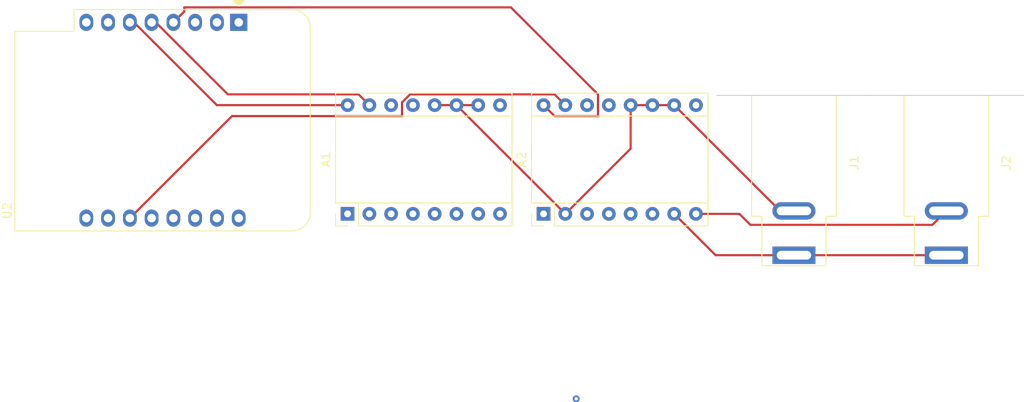
<source format=kicad_pcb>
(kicad_pcb (version 20221018) (generator pcbnew)
  (layers (0 "F.Cu" signal) (31 "B.Cu" signal) (34 "B.Paste" user) (35 "F.Paste" user) (36 "B.SilkS" user "B.Silkscreen") (37 "F.SilkS" user "F.Silkscreen") (38 "B.Mask" user) (39 "F.Mask" user) (44 "Edge.Cuts" user))
  (net 0 "")
  (net 1 "Net-(U2-GND)")
  (net 2 "Net-(A1-MS1)")
  (net 7 "Net-(A1-VMOT)")
  (net 9 "Net-(A1-~{RESET})")
  (net 10 "Net-(A1-STEP)")
  (net 11 "Net-(A1-DIR)")
  (net 17 "Net-(A2-~{RESET})")
  (net 18 "Net-(A2-STEP)")
  (net 19 "Net-(A2-DIR)")
  (footprint "Module:Pololu_Breakout-16_15.2x20.3mm" (layer "F.Cu") (at 74.93 36.82 90)
    (fp_text reference "A2" (at 6.35 -2.54 90) (layer "F.SilkS"))
    (fp_text value "Pololu_Breakout_A4988")
    (fp_line (start -1.4 -1.4) (end -1.4 0) (stroke (width 0.12)) (layer "F.SilkS"))
    (fp_line (start -1.4 1.27) (end -1.4 19.18) (stroke (width 0.12)) (layer "F.SilkS"))
    (fp_line (start -1.4 19.18) (end 14.1 19.18) (stroke (width 0.12)) (layer "F.SilkS"))
    (fp_line (start 0 -1.4) (end -1.4 -1.4) (stroke (width 0.12)) (layer "F.SilkS"))
    (fp_line (start 1.27 -1.4) (end 1.27 1.27) (stroke (width 0.12)) (layer "F.SilkS"))
    (fp_line (start 1.27 1.27) (end -1.4 1.27) (stroke (width 0.12)) (layer "F.SilkS"))
    (fp_line (start 1.27 1.27) (end 1.27 19.18) (stroke (width 0.12)) (layer "F.SilkS"))
    (fp_line (start 11.43 -1.4) (end 11.43 19.18) (stroke (width 0.12)) (layer "F.SilkS"))
    (fp_line (start 14.1 -1.4) (end 1.27 -1.4) (stroke (width 0.12)) (layer "F.SilkS"))
    (fp_line (start 14.1 19.18) (end 14.1 -1.4) (stroke (width 0.12)) (layer "F.SilkS"))
    (pad "1" thru_hole rect (at 0 0 90) (size 1.6 1.6) (drill 0.8) (layers "*.Cu" "*.Mask") (net 1 "Net-(U2-GND)"))
    (pad "2" thru_hole oval (at 0 2.54 90) (size 1.6 1.6) (drill 0.8) (layers "*.Cu" "*.Mask") (net 2 "Net-(A1-MS1)"))
    (pad "3" thru_hole oval (at 0 5.08 90) (size 1.6 1.6) (drill 0.8) (layers "*.Cu" "*.Mask"))
    (pad "4" thru_hole oval (at 0 7.62 90) (size 1.6 1.6) (drill 0.8) (layers "*.Cu" "*.Mask"))
    (pad "5" thru_hole oval (at 0 10.16 90) (size 1.6 1.6) (drill 0.8) (layers "*.Cu" "*.Mask"))
    (pad "6" thru_hole oval (at 0 12.7 90) (size 1.6 1.6) (drill 0.8) (layers "*.Cu" "*.Mask"))
    (pad "7" thru_hole oval (at 0 15.24 90) (size 1.6 1.6) (drill 0.8) (layers "*.Cu" "*.Mask") (net 1 "Net-(U2-GND)"))
    (pad "8" thru_hole oval (at 0 17.78 90) (size 1.6 1.6) (drill 0.8) (layers "*.Cu" "*.Mask") (net 7 "Net-(A1-VMOT)"))
    (pad "9" thru_hole oval (at 12.7 17.78 90) (size 1.6 1.6) (drill 0.8) (layers "*.Cu" "*.Mask"))
    (pad "10" thru_hole oval (at 12.7 15.24 90) (size 1.6 1.6) (drill 0.8) (layers "*.Cu" "*.Mask") (net 2 "Net-(A1-MS1)"))
    (pad "11" thru_hole oval (at 12.7 12.7 90) (size 1.6 1.6) (drill 0.8) (layers "*.Cu" "*.Mask") (net 2 "Net-(A1-MS1)"))
    (pad "12" thru_hole oval (at 12.7 10.16 90) (size 1.6 1.6) (drill 0.8) (layers "*.Cu" "*.Mask") (net 2 "Net-(A1-MS1)"))
    (pad "13" thru_hole oval (at 12.7 7.62 90) (size 1.6 1.6) (drill 0.8) (layers "*.Cu" "*.Mask") (net 17 "Net-(A2-~{RESET})"))
    (pad "14" thru_hole oval (at 12.7 5.08 90) (size 1.6 1.6) (drill 0.8) (layers "*.Cu" "*.Mask") (net 17 "Net-(A2-~{RESET})"))
    (pad "15" thru_hole oval (at 12.7 2.54 90) (size 1.6 1.6) (drill 0.8) (layers "*.Cu" "*.Mask") (net 18 "Net-(A2-STEP)"))
    (pad "16" thru_hole oval (at 12.7 0 90) (size 1.6 1.6) (drill 0.8) (layers "*.Cu" "*.Mask") (net 19 "Net-(A2-DIR)"))
  )
  (footprint "Module:WEMOS_D1_mini_light" (layer "F.Cu") (at 39.37 14.455 -90)
    (fp_text reference "U2" (at 22 27 90) (layer "F.SilkS"))
    (fp_text value "WeMos_D1_mini")
    (fp_line (start -1.5 19.22) (end -1.5 -6.21) (stroke (width 0.12)) (layer "F.SilkS"))
    (fp_line (start -1.5 19.22) (end 1.04 19.22) (stroke (width 0.12)) (layer "F.SilkS"))
    (fp_line (start 1.04 19.22) (end 1.04 26.12) (stroke (width 0.12)) (layer "F.SilkS"))
    (fp_line (start 1.04 26.12) (end 24.36 26.12) (stroke (width 0.12)) (layer "F.SilkS"))
    (fp_line (start 22.24 -8.34) (end 0.63 -8.34) (stroke (width 0.12)) (layer "F.SilkS"))
    (fp_line (start 24.36 26.12) (end 24.36 -6.21) (stroke (width 0.12)) (layer "F.SilkS"))
    (fp_arc (start -1.5 -6.21) (mid -0.876137 -7.716137) (end 0.63 -8.34) (stroke (width 0.12)) (layer "F.SilkS"))
    (fp_arc (start 22.23 -8.34) (mid 23.736137 -7.716137) (end 24.36 -6.21) (stroke (width 0.12)) (layer "F.SilkS"))
    (fp_poly (pts (xy -2.54 -0.635) (xy -2.54 0.635) (xy -1.905 0)) (stroke (width 0.15)) (fill solid) (layer "F.SilkS"))
    (pad "1" thru_hole rect (at 0 0 270) (size 2 2) (drill 1) (layers "*.Cu" "*.Mask"))
    (pad "2" thru_hole oval (at 0 2.54 270) (size 2 1.6) (drill 1) (layers "*.Cu" "*.Mask"))
    (pad "3" thru_hole oval (at 0 5.08 270) (size 2 1.6) (drill 1) (layers "*.Cu" "*.Mask"))
    (pad "4" thru_hole oval (at 0 7.62 270) (size 2 1.6) (drill 1) (layers "*.Cu" "*.Mask") (net 19 "Net-(A2-DIR)"))
    (pad "5" thru_hole oval (at 0 10.16 270) (size 2 1.6) (drill 1) (layers "*.Cu" "*.Mask") (net 10 "Net-(A1-STEP)"))
    (pad "6" thru_hole oval (at 0 12.7 270) (size 2 1.6) (drill 1) (layers "*.Cu" "*.Mask") (net 11 "Net-(A1-DIR)"))
    (pad "7" thru_hole oval (at 0 15.24 270) (size 2 1.6) (drill 1) (layers "*.Cu" "*.Mask"))
    (pad "8" thru_hole oval (at 0 17.78 270) (size 2 1.6) (drill 1) (layers "*.Cu" "*.Mask"))
    (pad "9" thru_hole oval (at 22.86 17.78 270) (size 2 1.6) (drill 1) (layers "*.Cu" "*.Mask") (net 2 "Net-(A1-MS1)"))
    (pad "10" thru_hole oval (at 22.86 15.24 270) (size 2 1.6) (drill 1) (layers "*.Cu" "*.Mask") (net 1 "Net-(U2-GND)"))
    (pad "11" thru_hole oval (at 22.86 12.7 270) (size 2 1.6) (drill 1) (layers "*.Cu" "*.Mask") (net 18 "Net-(A2-STEP)"))
    (pad "12" thru_hole oval (at 22.86 10.16 270) (size 2 1.6) (drill 1) (layers "*.Cu" "*.Mask"))
    (pad "13" thru_hole oval (at 22.86 7.62 270) (size 2 1.6) (drill 1) (layers "*.Cu" "*.Mask"))
    (pad "14" thru_hole oval (at 22.86 5.08 270) (size 2 1.6) (drill 1) (layers "*.Cu" "*.Mask"))
    (pad "15" thru_hole oval (at 22.86 2.54 270) (size 2 1.6) (drill 1) (layers "*.Cu" "*.Mask"))
    (pad "16" thru_hole oval (at 22.86 0 270) (size 2 1.6) (drill 1) (layers "*.Cu" "*.Mask"))
  )
  (footprint "Module:Pololu_Breakout-16_15.2x20.3mm" (layer "F.Cu") (at 52.07 36.82 90)
    (fp_text reference "A1" (at 6.35 -2.54 90) (layer "F.SilkS"))
    (fp_text value "Pololu_Breakout_A4988")
    (fp_line (start -1.4 -1.4) (end -1.4 0) (stroke (width 0.12)) (layer "F.SilkS"))
    (fp_line (start -1.4 1.27) (end -1.4 19.18) (stroke (width 0.12)) (layer "F.SilkS"))
    (fp_line (start -1.4 19.18) (end 14.1 19.18) (stroke (width 0.12)) (layer "F.SilkS"))
    (fp_line (start 0 -1.4) (end -1.4 -1.4) (stroke (width 0.12)) (layer "F.SilkS"))
    (fp_line (start 1.27 -1.4) (end 1.27 1.27) (stroke (width 0.12)) (layer "F.SilkS"))
    (fp_line (start 1.27 1.27) (end -1.4 1.27) (stroke (width 0.12)) (layer "F.SilkS"))
    (fp_line (start 1.27 1.27) (end 1.27 19.18) (stroke (width 0.12)) (layer "F.SilkS"))
    (fp_line (start 11.43 -1.4) (end 11.43 19.18) (stroke (width 0.12)) (layer "F.SilkS"))
    (fp_line (start 14.1 -1.4) (end 1.27 -1.4) (stroke (width 0.12)) (layer "F.SilkS"))
    (fp_line (start 14.1 19.18) (end 14.1 -1.4) (stroke (width 0.12)) (layer "F.SilkS"))
    (pad "1" thru_hole rect (at 0 0 90) (size 1.6 1.6) (drill 0.8) (layers "*.Cu" "*.Mask") (net 1 "Net-(U2-GND)"))
    (pad "2" thru_hole oval (at 0 2.54 90) (size 1.6 1.6) (drill 0.8) (layers "*.Cu" "*.Mask") (net 2 "Net-(A1-MS1)"))
    (pad "3" thru_hole oval (at 0 5.08 90) (size 1.6 1.6) (drill 0.8) (layers "*.Cu" "*.Mask"))
    (pad "4" thru_hole oval (at 0 7.62 90) (size 1.6 1.6) (drill 0.8) (layers "*.Cu" "*.Mask"))
    (pad "5" thru_hole oval (at 0 10.16 90) (size 1.6 1.6) (drill 0.8) (layers "*.Cu" "*.Mask"))
    (pad "6" thru_hole oval (at 0 12.7 90) (size 1.6 1.6) (drill 0.8) (layers "*.Cu" "*.Mask"))
    (pad "7" thru_hole oval (at 0 15.24 90) (size 1.6 1.6) (drill 0.8) (layers "*.Cu" "*.Mask") (net 1 "Net-(U2-GND)"))
    (pad "8" thru_hole oval (at 0 17.78 90) (size 1.6 1.6) (drill 0.8) (layers "*.Cu" "*.Mask") (net 7 "Net-(A1-VMOT)"))
    (pad "9" thru_hole oval (at 12.7 17.78 90) (size 1.6 1.6) (drill 0.8) (layers "*.Cu" "*.Mask"))
    (pad "10" thru_hole oval (at 12.7 15.24 90) (size 1.6 1.6) (drill 0.8) (layers "*.Cu" "*.Mask") (net 2 "Net-(A1-MS1)"))
    (pad "11" thru_hole oval (at 12.7 12.7 90) (size 1.6 1.6) (drill 0.8) (layers "*.Cu" "*.Mask") (net 2 "Net-(A1-MS1)"))
    (pad "12" thru_hole oval (at 12.7 10.16 90) (size 1.6 1.6) (drill 0.8) (layers "*.Cu" "*.Mask") (net 2 "Net-(A1-MS1)"))
    (pad "13" thru_hole oval (at 12.7 7.62 90) (size 1.6 1.6) (drill 0.8) (layers "*.Cu" "*.Mask") (net 9 "Net-(A1-~{RESET})"))
    (pad "14" thru_hole oval (at 12.7 5.08 90) (size 1.6 1.6) (drill 0.8) (layers "*.Cu" "*.Mask") (net 9 "Net-(A1-~{RESET})"))
    (pad "15" thru_hole oval (at 12.7 2.54 90) (size 1.6 1.6) (drill 0.8) (layers "*.Cu" "*.Mask") (net 10 "Net-(A1-STEP)"))
    (pad "16" thru_hole oval (at 12.7 0 90) (size 1.6 1.6) (drill 0.8) (layers "*.Cu" "*.Mask") (net 11 "Net-(A1-DIR)"))
  )
  (footprint "Connector_BarrelJack:BarrelJack_SwitchcraftConxall_RAPC10U_Horizontal" (layer "F.Cu") (at 121.92 41.65 -90)
    (fp_text reference "J2" (at -10.8 -7 90) (layer "F.SilkS"))
    (fp_text value "Barrel_Jack")
    (fp_line (start -18.55 4.945) (end -4.55 4.945) (stroke (width 0.12)) (layer "F.SilkS"))
    (fp_line (start -4.55 -4.945) (end -18.55 -4.945) (stroke (width 0.12)) (layer "F.SilkS"))
    (fp_line (start -4.55 -3.74) (end -4.55 -4.945) (stroke (width 0.12)) (layer "F.SilkS"))
    (fp_line (start -4.55 3.74) (end 1.22 3.74) (stroke (width 0.12)) (layer "F.SilkS"))
    (fp_line (start -4.55 4.945) (end -4.55 3.74) (stroke (width 0.12)) (layer "F.SilkS"))
    (fp_line (start 1.22 -3.74) (end -4.55 -3.74) (stroke (width 0.12)) (layer "F.SilkS"))
    (fp_line (start 1.22 3.74) (end 1.22 -3.74) (stroke (width 0.12)) (layer "F.SilkS"))
    (fp_line (start -18.67 -9) (end -18.67 9) (stroke (width 0.12)) (layer "Edge.Cuts"))
    (pad "1" thru_hole rect (at 0 0 270) (size 2.02 5.02) (drill oval 1.02 4.02) (layers "*.Cu" "*.Mask") (net 1 "Net-(U2-GND)"))
    (pad "2" thru_hole oval (at -5.18 0 270) (size 2.02 5.02) (drill oval 1.02 4.02) (layers "*.Cu" "*.Mask") (net 7 "Net-(A1-VMOT)"))
  )
  (footprint "Connector_BarrelJack:BarrelJack_SwitchcraftConxall_RAPC10U_Horizontal" (layer "F.Cu") (at 104.14 41.65 -90)
    (fp_text reference "J1" (at -10.8 -7 90) (layer "F.SilkS"))
    (fp_text value "Barrel_Jack")
    (fp_line (start -18.55 4.945) (end -4.55 4.945) (stroke (width 0.12)) (layer "F.SilkS"))
    (fp_line (start -4.55 -4.945) (end -18.55 -4.945) (stroke (width 0.12)) (layer "F.SilkS"))
    (fp_line (start -4.55 -3.74) (end -4.55 -4.945) (stroke (width 0.12)) (layer "F.SilkS"))
    (fp_line (start -4.55 3.74) (end 1.22 3.74) (stroke (width 0.12)) (layer "F.SilkS"))
    (fp_line (start -4.55 4.945) (end -4.55 3.74) (stroke (width 0.12)) (layer "F.SilkS"))
    (fp_line (start 1.22 -3.74) (end -4.55 -3.74) (stroke (width 0.12)) (layer "F.SilkS"))
    (fp_line (start 1.22 3.74) (end 1.22 -3.74) (stroke (width 0.12)) (layer "F.SilkS"))
    (fp_line (start -18.67 -9) (end -18.67 9) (stroke (width 0.12)) (layer "Edge.Cuts"))
    (pad "1" thru_hole rect (at 0 0 270) (size 2.02 5.02) (drill oval 1.02 4.02) (layers "*.Cu" "*.Mask") (net 1 "Net-(U2-GND)"))
    (pad "2" thru_hole oval (at -5.18 0 270) (size 2.02 5.02) (drill oval 1.02 4.02) (layers "*.Cu" "*.Mask") (net 2 "Net-(A1-MS1)"))
  )
  (via (at 78.74 58.42) (size 0.8) (drill 0.4) (layers "F.Cu" "B.Cu") (net 0))
  (segment (start 95 41.65) (end 104.14 41.65) (width 0.25) (layer "F.Cu") (net 1))
  (segment (start 90.17 36.82) (end 95 41.65) (width 0.25) (layer "F.Cu") (net 1))
  (segment (start 104.14 41.65) (end 121.92 41.65) (width 0.25) (layer "F.Cu") (net 1))
  (segment (start 90.17 24.12) (end 87.63 24.12) (width 0.25) (layer "F.Cu") (net 2))
  (segment (start 87.63 24.12) (end 85.09 24.12) (width 0.25) (layer "F.Cu") (net 2))
  (segment (start 85.09 29.2) (end 77.47 36.82) (width 0.25) (layer "F.Cu") (net 2))
  (segment (start 85.09 24.12) (end 85.09 29.2) (width 0.25) (layer "F.Cu") (net 2))
  (segment (start 102.52 36.47) (end 90.17 24.12) (width 0.25) (layer "F.Cu") (net 2))
  (segment (start 64.77 24.12) (end 67.31 24.12) (width 0.25) (layer "F.Cu") (net 2))
  (segment (start 77.47 36.82) (end 64.77 24.12) (width 0.25) (layer "F.Cu") (net 2))
  (segment (start 64.77 24.12) (end 62.23 24.12) (width 0.25) (layer "F.Cu") (net 2))
  (segment (start 104.14 36.47) (end 102.52 36.47) (width 0.25) (layer "F.Cu") (net 2))
  (segment (start 99.06 38.1) (end 120.29 38.1) (width 0.25) (layer "F.Cu") (net 7))
  (segment (start 92.71 36.82) (end 97.78 36.82) (width 0.25) (layer "F.Cu") (net 7))
  (segment (start 120.29 38.1) (end 121.92 36.47) (width 0.25) (layer "F.Cu") (net 7))
  (segment (start 97.78 36.82) (end 99.06 38.1) (width 0.25) (layer "F.Cu") (net 7))
  (segment (start 53.35 22.86) (end 38.1 22.86) (width 0.25) (layer "F.Cu") (net 10))
  (segment (start 29.695 14.455) (end 29.21 14.455) (width 0.25) (layer "F.Cu") (net 10))
  (segment (start 54.61 24.12) (end 53.35 22.86) (width 0.25) (layer "F.Cu") (net 10))
  (segment (start 38.1 22.86) (end 29.695 14.455) (width 0.25) (layer "F.Cu") (net 10))
  (segment (start 27.155 14.455) (end 26.67 14.455) (width 0.25) (layer "F.Cu") (net 11))
  (segment (start 36.82 24.12) (end 27.155 14.455) (width 0.25) (layer "F.Cu") (net 11))
  (segment (start 52.07 24.12) (end 36.82 24.12) (width 0.25) (layer "F.Cu") (net 11))
  (segment (start 76.21 22.86) (end 77.47 24.12) (width 0.25) (layer "F.Cu") (net 18))
  (segment (start 26.67 37.315) (end 38.585 25.4) (width 0.25) (layer "F.Cu") (net 18))
  (segment (start 59.359009 22.86) (end 76.21 22.86) (width 0.25) (layer "F.Cu") (net 18))
  (segment (start 38.585 25.4) (end 58.42 25.4) (width 0.25) (layer "F.Cu") (net 18))
  (segment (start 58.42 25.4) (end 58.42 23.799009) (width 0.25) (layer "F.Cu") (net 18))
  (segment (start 58.42 23.799009) (end 59.359009 22.86) (width 0.25) (layer "F.Cu") (net 18))
  (segment (start 81.28 25.4) (end 81.28 22.86) (width 0.25) (layer "F.Cu") (net 19))
  (segment (start 33.02 13.185) (end 31.75 14.455) (width 0.25) (layer "F.Cu") (net 19))
  (segment (start 76.21 25.4) (end 81.28 25.4) (width 0.25) (layer "F.Cu") (net 19))
  (segment (start 33.02 12.7) (end 33.02 13.185) (width 0.25) (layer "F.Cu") (net 19))
  (segment (start 81.28 22.86) (end 71.12 12.7) (width 0.25) (layer "F.Cu") (net 19))
  (segment (start 71.12 12.7) (end 33.02 12.7) (width 0.25) (layer "F.Cu") (net 19))
  (segment (start 74.93 24.12) (end 76.21 25.4) (width 0.25) (layer "F.Cu") (net 19))
)
</source>
